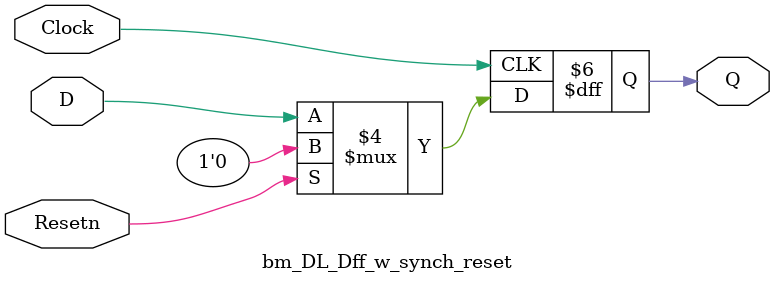
<source format=v>
/* pg 396 - synchronous DFF reset */

module bm_DL_Dff_w_synch_reset(D, Clock, Resetn, Q);
	input D, Clock, Resetn;
	output Q;
	reg Q;
	
	always @(posedge Clock)
		if (!Resetn)
			Q <= D;
		else 
			Q <= 0;
	
endmodule

</source>
